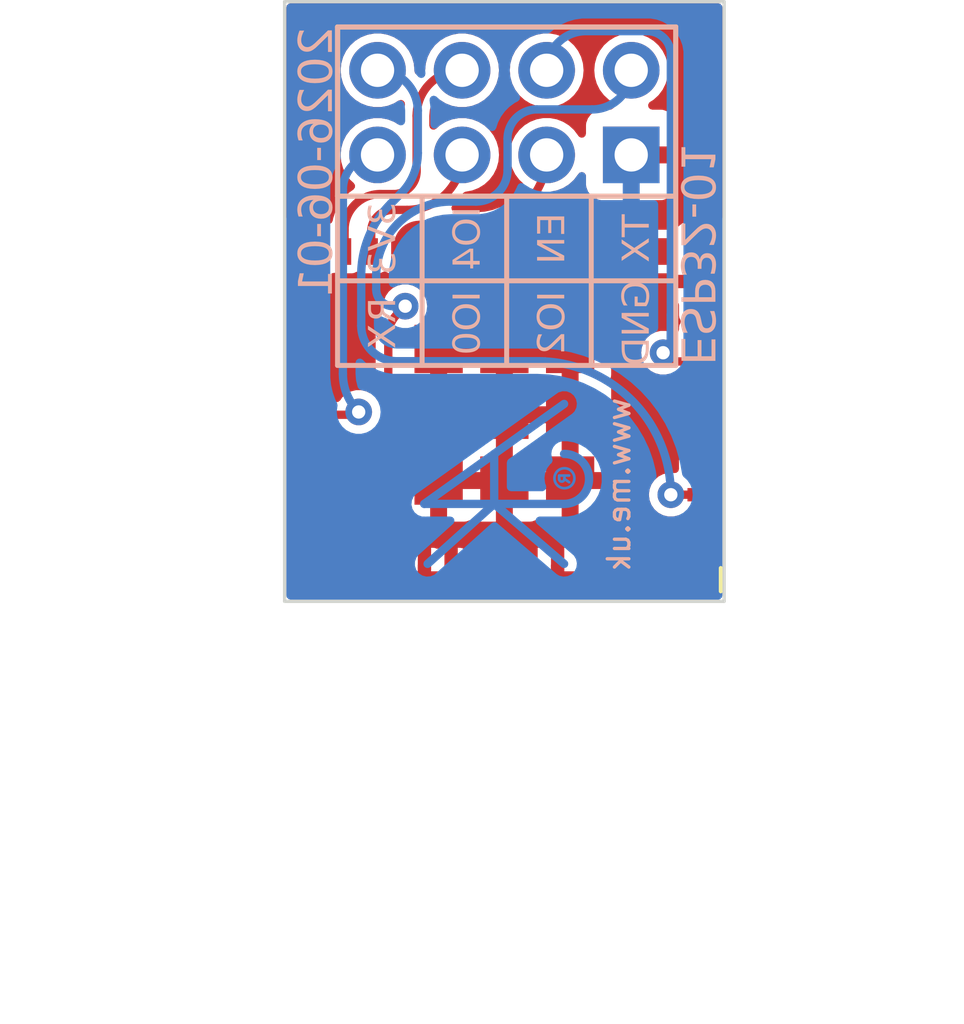
<source format=kicad_pcb>
(kicad_pcb (version 20221018) (generator pcbnew)
  (title_block (title "ESP01 Style ESP32") (rev "1") (comment 1 "www.me.uk") (comment 2 "@TheRealRevK"))
  (layers (0 "F.Cu" signal) (31 "B.Cu" signal) (34 "B.Paste" user) (35 "F.Paste" user) (36 "B.SilkS" user "B.Silkscreen") (37 "F.SilkS" user "F.Silkscreen") (38 "B.Mask" user) (39 "F.Mask" user) (44 "Edge.Cuts" user))
  (net 0 "")
  (net 1 "TX")
  (net 2 "GND")
  (net 3 "GPIO2")
  (net 4 "GPIO4")
  (net 5 "RX")
  (net 6 "VCC")
  (net 22 "EN")
  (net 28 "GPIO0")
  (footprint "RevK:ESP32-PICO-MINI-02" (layer "F.Cu") (at 145.6 115.4 180)
    (fp_text reference "U1" hide)
    (fp_text value "ESP32-PICO-MINI-02")
    (fp_line (start -6.5 -5.3) (end -6.5 -4.6) (stroke (width 0.12)) (layer "F.SilkS"))
    (pad "1" smd rect (at -5.9 -4 180) (size 0.8 0.4) (layers "F.Cu" "F.Paste" "F.Mask") (net 2 "GND"))
    (pad "2" smd rect (at -5.9 -3.2 180) (size 0.8 0.4) (layers "F.Cu" "F.Paste" "F.Mask") (net 2 "GND"))
    (pad "3" smd rect (at -5.9 -2.4 180) (size 0.8 0.4) (layers "F.Cu" "F.Paste" "F.Mask") (net 6 "VCC"))
    (pad "4" smd rect (at -5.9 -1.6 180) (size 0.8 0.4) (layers "F.Cu" "F.Paste" "F.Mask"))
    (pad "5" smd rect (at -5.9 -0.8 180) (size 0.8 0.4) (layers "F.Cu" "F.Paste" "F.Mask"))
    (pad "6" smd rect (at -5.9 0 180) (size 0.8 0.4) (layers "F.Cu" "F.Paste" "F.Mask"))
    (pad "7" smd rect (at -5.9 0.8 180) (size 0.8 0.4) (layers "F.Cu" "F.Paste" "F.Mask"))
    (pad "8" smd rect (at -5.9 1.6 180) (size 0.8 0.4) (layers "F.Cu" "F.Paste" "F.Mask") (net 22 "EN"))
    (pad "9" smd rect (at -5.9 2.4 180) (size 0.8 0.4) (layers "F.Cu" "F.Paste" "F.Mask"))
    (pad "10" smd rect (at -5.9 3.2 180) (size 0.8 0.4) (layers "F.Cu" "F.Paste" "F.Mask"))
    (pad "11" smd rect (at -5.9 4 180) (size 0.8 0.4) (layers "F.Cu" "F.Paste" "F.Mask") (net 2 "GND"))
    (pad "12" smd rect (at -4.8 4.9 180) (size 0.4 0.8) (layers "F.Cu" "F.Paste" "F.Mask"))
    (pad "13" smd rect (at -4 4.9 180) (size 0.4 0.8) (layers "F.Cu" "F.Paste" "F.Mask"))
    (pad "14" smd rect (at -3.2 4.9 180) (size 0.4 0.8) (layers "F.Cu" "F.Paste" "F.Mask") (net 2 "GND"))
    (pad "15" smd rect (at -2.4 4.9 180) (size 0.4 0.8) (layers "F.Cu" "F.Paste" "F.Mask"))
    (pad "16" smd rect (at -1.6 4.9 180) (size 0.4 0.8) (layers "F.Cu" "F.Paste" "F.Mask"))
    (pad "17" smd rect (at -0.8 4.9 180) (size 0.4 0.8) (layers "F.Cu" "F.Paste" "F.Mask"))
    (pad "18" smd rect (at 0 4.9 180) (size 0.4 0.8) (layers "F.Cu" "F.Paste" "F.Mask"))
    (pad "19" smd rect (at 0.8 4.9 180) (size 0.4 0.8) (layers "F.Cu" "F.Paste" "F.Mask"))
    (pad "20" smd rect (at 1.6 4.9 180) (size 0.4 0.8) (layers "F.Cu" "F.Paste" "F.Mask"))
    (pad "21" smd rect (at 2.4 4.9 180) (size 0.4 0.8) (layers "F.Cu" "F.Paste" "F.Mask"))
    (pad "22" smd rect (at 3.2 4.9 180) (size 0.4 0.8) (layers "F.Cu" "F.Paste" "F.Mask") (net 3 "GPIO2"))
    (pad "23" smd rect (at 4 4.9 180) (size 0.4 0.8) (layers "F.Cu" "F.Paste" "F.Mask") (net 28 "GPIO0"))
    (pad "24" smd rect (at 4.8 4.9 180) (size 0.4 0.8) (layers "F.Cu" "F.Paste" "F.Mask") (net 4 "GPIO4"))
    (pad "25" smd rect (at 5.9 4 180) (size 0.8 0.4) (layers "F.Cu" "F.Paste" "F.Mask"))
    (pad "26" smd rect (at 5.9 3.2 180) (size 0.8 0.4) (layers "F.Cu" "F.Paste" "F.Mask"))
    (pad "27" smd rect (at 5.9 2.4 180) (size 0.8 0.4) (layers "F.Cu" "F.Paste" "F.Mask"))
    (pad "28" smd rect (at 5.9 1.6 180) (size 0.8 0.4) (layers "F.Cu" "F.Paste" "F.Mask"))
    (pad "29" smd rect (at 5.9 0.8 180) (size 0.8 0.4) (layers "F.Cu" "F.Paste" "F.Mask"))
    (pad "30" smd rect (at 5.9 0 180) (size 0.8 0.4) (layers "F.Cu" "F.Paste" "F.Mask") (net 5 "RX"))
    (pad "31" smd rect (at 5.9 -0.8 180) (size 0.8 0.4) (layers "F.Cu" "F.Paste" "F.Mask") (net 1 "TX"))
    (pad "32" smd rect (at 5.9 -1.6 180) (size 0.8 0.4) (layers "F.Cu" "F.Paste" "F.Mask"))
    (pad "33" smd rect (at 5.9 -2.4 180) (size 0.8 0.4) (layers "F.Cu" "F.Paste" "F.Mask"))
    (pad "34" smd rect (at 5.9 -3.2 180) (size 0.8 0.4) (layers "F.Cu" "F.Paste" "F.Mask"))
    (pad "35" smd rect (at 5.9 -4 180) (size 0.8 0.4) (layers "F.Cu" "F.Paste" "F.Mask"))
    (pad "36" smd rect (at 4.8 -4.9 180) (size 0.4 0.8) (layers "F.Cu" "F.Paste" "F.Mask") (net 2 "GND"))
    (pad "37" smd rect (at 4 -4.9 180) (size 0.4 0.8) (layers "F.Cu" "F.Paste" "F.Mask") (net 2 "GND"))
    (pad "38" smd rect (at 3.2 -4.9 180) (size 0.4 0.8) (layers "F.Cu" "F.Paste" "F.Mask") (net 2 "GND"))
    (pad "39" smd rect (at 2.4 -4.9 180) (size 0.4 0.8) (layers "F.Cu" "F.Paste" "F.Mask") (net 2 "GND"))
    (pad "40" smd rect (at 1.6 -4.9 180) (size 0.4 0.8) (layers "F.Cu" "F.Paste" "F.Mask") (net 2 "GND"))
    (pad "41" smd rect (at 0.8 -4.9 180) (size 0.4 0.8) (layers "F.Cu" "F.Paste" "F.Mask") (net 2 "GND"))
    (pad "42" smd rect (at 0 -4.9 180) (size 0.4 0.8) (layers "F.Cu" "F.Paste" "F.Mask") (net 2 "GND"))
    (pad "43" smd rect (at -0.8 -4.9 180) (size 0.4 0.8) (layers "F.Cu" "F.Paste" "F.Mask") (net 2 "GND"))
    (pad "44" smd rect (at -1.6 -4.9 180) (size 0.4 0.8) (layers "F.Cu" "F.Paste" "F.Mask") (net 2 "GND"))
    (pad "45" smd rect (at -2.4 -4.9 180) (size 0.4 0.8) (layers "F.Cu" "F.Paste" "F.Mask") (net 2 "GND"))
    (pad "46" smd rect (at -3.2 -4.9 180) (size 0.4 0.8) (layers "F.Cu" "F.Paste" "F.Mask") (net 2 "GND"))
    (pad "47" smd rect (at -4 -4.9 180) (size 0.4 0.8) (layers "F.Cu" "F.Paste" "F.Mask") (net 2 "GND"))
    (pad "48" smd rect (at -4.8 -4.9 180) (size 0.4 0.8) (layers "F.Cu" "F.Paste" "F.Mask") (net 2 "GND"))
    (pad "49" smd roundrect (at -1.975 -1.975 180) (size 1.45 1.45) (layers "F.Cu" "F.Paste" "F.Mask") (roundrect_rratio 0) (chamfer_ratio 0.41) (chamfer top_left) (net 2 "GND"))
    (pad "49" smd rect (at -1.975 0 180) (size 1.45 1.45) (layers "F.Cu" "F.Paste" "F.Mask") (net 2 "GND"))
    (pad "49" smd rect (at -1.975 1.975 180) (size 1.45 1.45) (layers "F.Cu" "F.Paste" "F.Mask") (net 2 "GND"))
    (pad "49" smd rect (at 0 -1.975 180) (size 1.45 1.45) (layers "F.Cu" "F.Paste" "F.Mask") (net 2 "GND"))
    (pad "49" smd rect (at 0 0 180) (size 1.45 1.45) (layers "F.Cu" "F.Paste" "F.Mask") (net 2 "GND"))
    (pad "49" smd rect (at 0 1.975 180) (size 1.45 1.45) (layers "F.Cu" "F.Paste" "F.Mask") (net 2 "GND"))
    (pad "49" smd rect (at 1.975 -1.975 180) (size 1.45 1.45) (layers "F.Cu" "F.Paste" "F.Mask") (net 2 "GND"))
    (pad "49" smd rect (at 1.975 0 180) (size 1.45 1.45) (layers "F.Cu" "F.Paste" "F.Mask") (net 2 "GND"))
    (pad "49" smd rect (at 1.975 1.975 180) (size 1.45 1.45) (layers "F.Cu" "F.Paste" "F.Mask") (net 2 "GND"))
    (pad "50" smd rect (at 5.95 -4.95 180) (size 0.7 0.7) (layers "F.Cu" "F.Paste" "F.Mask") (net 2 "GND"))
    (pad "51" smd rect (at 5.95 4.95 180) (size 0.7 0.7) (layers "F.Cu" "F.Paste" "F.Mask") (net 2 "GND"))
    (pad "52" smd rect (at -5.95 4.95 180) (size 0.7 0.7) (layers "F.Cu" "F.Paste" "F.Mask") (net 2 "GND"))
    (pad "53" smd rect (at -5.95 -4.95 180) (size 0.7 0.7) (layers "F.Cu" "F.Paste" "F.Mask") (net 2 "GND"))
    (zone (net 0) (net_name "") (layer "F.Cu") (connect_pads (clearance 0)) (min_thickness 0.01)
      (keepout (tracks not_allowed) (vias not_allowed) (pads not_allowed) (copperpour not_allowed) (footprints allowed))
      (fill (thermal_gap 0.508) (thermal_bridge_width 0.508))
      (polygon (pts (xy 152.2 126.4) (xy 139 126.4) (xy 139 121) (xy 152.2 121)))
    )
    (zone (net 0) (net_name "") (layer "B.Cu") (connect_pads (clearance 0)) (min_thickness 0.01)
      (keepout (tracks not_allowed) (vias not_allowed) (pads not_allowed) (copperpour not_allowed) (footprints allowed))
      (fill (thermal_gap 0.508) (thermal_bridge_width 0.508))
      (polygon (pts (xy 152.2 126.4) (xy 139 126.4) (xy 139 121) (xy 152.2 121)))
    )
  )
  (footprint "Connector_PinHeader_2.54mm:PinHeader_2x04_P2.54mm_Vertical" (layer "B.Cu") (at 149.41 107.6 90)
    (fp_text reference "J1" hide)
    (fp_text value "Header")
    (pad "1" thru_hole rect (at 0 0 90) (size 1.7 1.7) (drill 1) (layers "*.Cu" "*.Mask") (net 2 "GND"))
    (pad "2" thru_hole oval (at 2.54 0 90) (size 1.7 1.7) (drill 1) (layers "*.Cu" "*.Mask") (net 1 "TX"))
    (pad "3" thru_hole oval (at 0 -2.54 90) (size 1.7 1.7) (drill 1) (layers "*.Cu" "*.Mask") (net 3 "GPIO2"))
    (pad "4" thru_hole oval (at 2.54 -2.54 90) (size 1.7 1.7) (drill 1) (layers "*.Cu" "*.Mask") (net 22 "EN"))
    (pad "5" thru_hole oval (at 0 -5.08 90) (size 1.7 1.7) (drill 1) (layers "*.Cu" "*.Mask") (net 28 "GPIO0"))
    (pad "6" thru_hole oval (at 2.54 -5.08 90) (size 1.7 1.7) (drill 1) (layers "*.Cu" "*.Mask") (net 4 "GPIO4"))
    (pad "7" thru_hole oval (at 0 -7.62 90) (size 1.7 1.7) (drill 1) (layers "*.Cu" "*.Mask") (net 5 "RX"))
    (pad "8" thru_hole oval (at 2.54 -7.62 90) (size 1.7 1.7) (drill 1) (layers "*.Cu" "*.Mask") (net 6 "VCC"))
  )
  (footprint "RevK:AJK" (layer "B.Cu") (at 145.294 118.075 -90)
    (fp_text reference "Logo1" hide)
    (fp_text value "AJK" hide)
    (fp_text user "www.me.uk" (at -0.58 -3.75 -270 unlocked) (layer "B.SilkS") (effects (font (size 0.65 0.65) (thickness 0.1)) (justify mirror)))
    (fp_line (start -0.85 -2.11) (end -0.75 -2.11) (stroke (width 0.08)) (layer "B.Cu"))
    (fp_line (start -0.85 -1.95) (end -0.85 -2.25) (stroke (width 0.08)) (layer "B.Cu"))
    (fp_line (start -0.85 -1.95) (end -0.75 -1.95) (stroke (width 0.08)) (layer "B.Cu"))
    (fp_line (start -0.75 -2.11) (end -0.65 -2.25) (stroke (width 0.08)) (layer "B.Cu"))
    (fp_line (start 0 0) (end -1.5 0) (stroke (width 0.25)) (layer "B.Cu"))
    (fp_line (start 0 0) (end 1.8 -2.1) (stroke (width 0.25)) (layer "B.Cu"))
    (fp_line (start 0 2.1) (end -3 -2.1) (stroke (width 0.25)) (layer "B.Cu"))
    (fp_line (start 0 2.1) (end 0 -2.1) (stroke (width 0.25)) (layer "B.Cu"))
    (fp_line (start 1.8 2) (end 0 0) (stroke (width 0.25)) (layer "B.Cu"))
    (fp_arc (start -1.5 -2.1) (mid -0.75 -2.85) (end 0 -2.1) (stroke (width 0.25)) (layer "B.Cu"))
    (fp_arc (start -0.75 -2.11) (mid -0.67 -2.03) (end -0.75 -1.95) (stroke (width 0.08)) (layer "B.Cu"))
    (fp_circle (center -0.77 -2.11) (end -0.47 -2.11) (stroke (width 0.08)) (fill none) (layer "B.Cu"))
  )
  (gr_line (start 145.669 113.919) (end 145.669 108.839) (stroke (width 0.15)) (layer "B.SilkS"))
  (gr_line (start 148.209 113.919) (end 148.209 108.839) (stroke (width 0.15)) (layer "B.SilkS"))
  (gr_line (start 143.129 113.919) (end 143.129 108.839) (stroke (width 0.15)) (layer "B.SilkS"))
  (gr_line (start 140.589 113.919) (end 140.589 103.759) (stroke (width 0.15)) (layer "B.SilkS"))
  (gr_line (start 150.749 113.919) (end 140.589 113.919) (stroke (width 0.15)) (layer "B.SilkS"))
  (gr_line (start 140.589 103.759) (end 150.749 103.759) (stroke (width 0.15)) (layer "B.SilkS"))
  (gr_line (start 150.749 111.379) (end 140.589 111.379) (stroke (width 0.15)) (layer "B.SilkS"))
  (gr_line (start 140.589 108.839) (end 150.749 108.839) (stroke (width 0.15)) (layer "B.SilkS"))
  (gr_line (start 150.749 103.759) (end 150.749 113.919) (stroke (width 0.15)) (layer "B.SilkS"))
  (gr_line (start 150.749 103.759) (end 150.749 108.839) (stroke (width 0.15)) (layer "F.SilkS"))
  (gr_line (start 140.589 108.839) (end 150.749 108.839) (stroke (width 0.15)) (layer "F.SilkS"))
  (gr_line (start 140.589 103.759) (end 150.749 103.759) (stroke (width 0.15)) (layer "F.SilkS"))
  (gr_line (start 140.589 103.759) (end 140.589 108.839) (stroke (width 0.15)) (layer "F.SilkS"))
  (gr_line (start 152.2 121) (end 152.2 103) (stroke (width 0.1)) (layer "Edge.Cuts"))
  (gr_line (start 152.2 103) (end 139 103) (stroke (width 0.1)) (layer "Edge.Cuts"))
  (gr_line (start 139 103) (end 139 121) (stroke (width 0.1)) (layer "Edge.Cuts"))
  (gr_line (start 139 121) (end 152.2 121) (stroke (width 0.1)) (layer "Edge.Cuts"))
  (gr_text "${CURRENT_DATE}" (at 140.589 103.759 90) (layer "B.SilkS") (effects (font (size 1 1)) (justify left bottom mirror)))
  (gr_text "IO0" (at 144.526 112.649 90) (layer "B.SilkS") (effects (font (size 0.8 0.8)) (justify mirror)))
  (gr_text "TX" (at 149.606 110.109 90) (layer "B.SilkS") (effects (font (size 0.8 0.8)) (justify mirror)))
  (gr_text "IO4" (at 144.526 110.109 90) (layer "B.SilkS") (effects (font (size 0.8 0.8)) (justify mirror)))
  (gr_text "3V3" (at 141.986 110.109 90) (layer "B.SilkS") (effects (font (size 0.8 0.8)) (justify mirror)))
  (gr_text "IO2" (at 147.066 112.649 90) (layer "B.SilkS") (effects (font (size 0.8 0.8)) (justify mirror)))
  (gr_text "RX" (at 141.986 112.649 90) (layer "B.SilkS") (effects (font (size 0.8 0.8)) (justify mirror)))
  (gr_text "EN" (at 147.066 110.109 90) (layer "B.SilkS") (effects (font (size 0.8 0.8)) (justify mirror)))
  (gr_text "GND" (at 149.606 112.649 90) (layer "B.SilkS") (effects (font (size 0.8 0.8)) (justify mirror)))
  (gr_text "ESP32-01" (at 150.749 113.919 -90) (layer "B.SilkS") (effects (font (size 1 1)) (justify left bottom mirror)))
  (segment (start 142.621 112.141) (end 142.382408 112.379592) (width 0.25) (layer "F.Cu") (net 1))
  (segment (start 142.113 113.03) (end 142.113 115.184) (width 0.25) (layer "F.Cu") (net 1))
  (segment (start 139.7 116.2) (end 141.097 116.2) (width 0.25) (layer "F.Cu") (net 1))
  (via (at 142.621 112.141) (size 0.8) (drill 0.4) (layers "F.Cu" "B.Cu") (net 1))
  (arc (start 142.113 115.184) (mid 141.81542 115.90242) (end 141.097 116.2) (width 0.25) (layer "F.Cu") (net 1))
  (arc (start 142.382408 112.379592) (mid 142.183017 112.678001) (end 142.113 113.03) (width 0.25) (layer "F.Cu") (net 1))
  (segment (start 145.695489 107.113501) (end 145.695489 108.054511) (width 0.25) (layer "B.Cu") (net 1))
  (segment (start 141.750489 111.633) (end 141.750489 111.230239) (width 0.25) (layer "B.Cu") (net 1))
  (segment (start 148.235489 106.234511) (end 146.574479 106.234511) (width 0.25) (layer "B.Cu") (net 1))
  (segment (start 144.75 109) (end 144 109) (width 0.25) (layer "B.Cu") (net 1))
  (segment (start 142.621 112.141) (end 142.258489 112.141) (width 0.25) (layer "B.Cu") (net 1))
  (arc (start 145.695489 108.054511) (mid 145.418562 108.723073) (end 144.75 109) (width 0.25) (layer "B.Cu") (net 1))
  (arc (start 142.258489 112.141) (mid 141.899279 111.99221) (end 141.750489 111.633) (width 0.25) (layer "B.Cu") (net 1))
  (arc (start 146.574479 106.234511) (mid 145.952939 106.491961) (end 145.695489 107.113501) (width 0.25) (layer "B.Cu") (net 1))
  (arc (start 141.750489 111.230239) (mid 141.919219 110.381978) (end 142.39972 109.662857) (width 0.25) (layer "B.Cu") (net 1))
  (arc (start 149.41 105.06) (mid 149.065994 105.890505) (end 148.235489 106.234511) (width 0.25) (layer "B.Cu") (net 1))
  (arc (start 144 109) (mid 143.133935 109.172271) (end 142.39972 109.662857) (width 0.25) (layer "B.Cu") (net 1))
  (segment (start 143.049711 109.700289) (end 144.769711 109.700289) (width 0.25) (layer "F.Cu") (net 3))
  (arc (start 142.4 110.35) (mid 142.590296 109.890585) (end 143.049711 109.700289) (width 0.25) (layer "F.Cu") (net 3))
  (arc (start 144.769711 109.700289) (mid 146.25484 109.085129) (end 146.87 107.6) (width 0.25) (layer "F.Cu") (net 3))
  (segment (start 142.276499 108.774511) (end 141.875489 108.774511) (width 0.25) (layer "F.Cu") (net 4))
  (segment (start 142.964511 106.425489) (end 142.964511 108.086499) (width 0.25) (layer "F.Cu") (net 4))
  (segment (start 140.8 109.85) (end 140.8 110.5) (width 0.25) (layer "F.Cu") (net 4))
  (arc (start 141.875489 108.774511) (mid 141.115003 109.089514) (end 140.8 109.85) (width 0.25) (layer "F.Cu") (net 4))
  (arc (start 142.964511 108.086499) (mid 142.762997 108.572997) (end 142.276499 108.774511) (width 0.25) (layer "F.Cu") (net 4))
  (arc (start 144.33 105.06) (mid 143.364453 105.459942) (end 142.964511 106.425489) (width 0.25) (layer "F.Cu") (net 4))
  (segment (start 139.7 115.4) (end 141.14 115.4) (width 0.25) (layer "F.Cu") (net 5))
  (via (at 141.224 115.316) (size 0.8) (drill 0.4) (layers "F.Cu" "B.Cu") (net 5))
  (arc (start 141.14 115.4) (mid 141.199397 115.375397) (end 141.224 115.316) (width 0.25) (layer "F.Cu") (net 5))
  (segment (start 140.75 114.171663) (end 140.75 108.64) (width 0.25) (layer "B.Cu") (net 5))
  (arc (start 141.224 115.316) (mid 140.873189 114.790974) (end 140.75 114.171663) (width 0.25) (layer "B.Cu") (net 5))
  (arc (start 140.75 108.64) (mid 141.054609 107.904609) (end 141.79 107.6) (width 0.25) (layer "B.Cu") (net 5))
  (segment (start 151.5 117.8) (end 150.6 117.8) (width 0.25) (layer "F.Cu") (net 6))
  (via (at 150.6 117.8) (size 0.8) (drill 0.4) (layers "F.Cu" "B.Cu") (net 6))
  (segment (start 142.5 108.75) (end 142.184372 109.065627) (width 0.25) (layer "B.Cu") (net 6))
  (segment (start 142.367 113.792) (end 146.592 113.792) (width 0.25) (layer "B.Cu") (net 6))
  (segment (start 141.300489 111.199511) (end 141.300489 112.725489) (width 0.25) (layer "B.Cu") (net 6))
  (segment (start 143 106.27) (end 143 107.542894) (width 0.25) (layer "B.Cu") (net 6))
  (arc (start 142.184372 109.065627) (mid 141.530203 110.044662) (end 141.300489 111.199511) (width 0.25) (layer "B.Cu") (net 6))
  (arc (start 146.592 113.792) (mid 149.426084 114.965916) (end 150.6 117.8) (width 0.25) (layer "B.Cu") (net 6))
  (arc (start 143 107.542894) (mid 142.870054 108.196175) (end 142.5 108.75) (width 0.25) (layer "B.Cu") (net 6))
  (arc (start 141.300489 112.725489) (mid 141.612863 113.479626) (end 142.367 113.792) (width 0.25) (layer "B.Cu") (net 6))
  (arc (start 141.79 105.06) (mid 142.645599 105.414401) (end 143 106.27) (width 0.25) (layer "B.Cu") (net 6))
  (segment (start 150.63 113.8) (end 151.5 113.8) (width 0.25) (layer "F.Cu") (net 22))
  (via (at 150.368 113.538) (size 0.8) (drill 0.4) (layers "F.Cu" "B.Cu") (net 22))
  (arc (start 150.63 113.8) (mid 150.444738 113.723262) (end 150.368 113.538) (width 0.25) (layer "F.Cu") (net 22))
  (segment (start 150.6 113.306) (end 150.6 112.395) (width 0.25) (layer "B.Cu") (net 22))
  (segment (start 150.6 104.58899) (end 150.6 112.395) (width 0.25) (layer "B.Cu") (net 22))
  (segment (start 148.044511 103.885489) (end 149.896499 103.885489) (width 0.25) (layer "B.Cu") (net 22))
  (segment (start 150.6 112.395) (end 150.6 113.231903) (width 0.25) (layer "B.Cu") (net 22))
  (arc (start 146.87 105.06) (mid 147.214006 104.229495) (end 148.044511 103.885489) (width 0.25) (layer "B.Cu") (net 22))
  (arc (start 150.6 113.231903) (mid 150.539705 113.535025) (end 150.368 113.792) (width 0.25) (layer "B.Cu") (net 22))
  (arc (start 150.368 113.538) (mid 150.532049 113.470049) (end 150.6 113.306) (width 0.25) (layer "B.Cu") (net 22))
  (arc (start 149.896499 103.885489) (mid 150.393949 104.09154) (end 150.6 104.58899) (width 0.25) (layer "B.Cu") (net 22))
  (segment (start 142.25 109.25) (end 142.68 109.25) (width 0.25) (layer "F.Cu") (net 28))
  (segment (start 141.6 110.5) (end 141.6 109.9) (width 0.25) (layer "F.Cu") (net 28))
  (arc (start 141.6 109.9) (mid 141.790381 109.440381) (end 142.25 109.25) (width 0.25) (layer "F.Cu") (net 28))
  (arc (start 142.68 109.25) (mid 143.846726 108.766726) (end 144.33 107.6) (width 0.25) (layer "F.Cu") (net 28))
  (zone (net 2) (net_name "GND") (layers "F&B.Cu") (connect_pads (clearance 0.254)) (min_thickness 0.254) (fill yes (thermal_gap 0.508) (thermal_bridge_width 0.508))
    (polygon (pts (xy 152.2 121) (xy 139 121) (xy 139 103) (xy 152.2 103)))
  )
)
</source>
